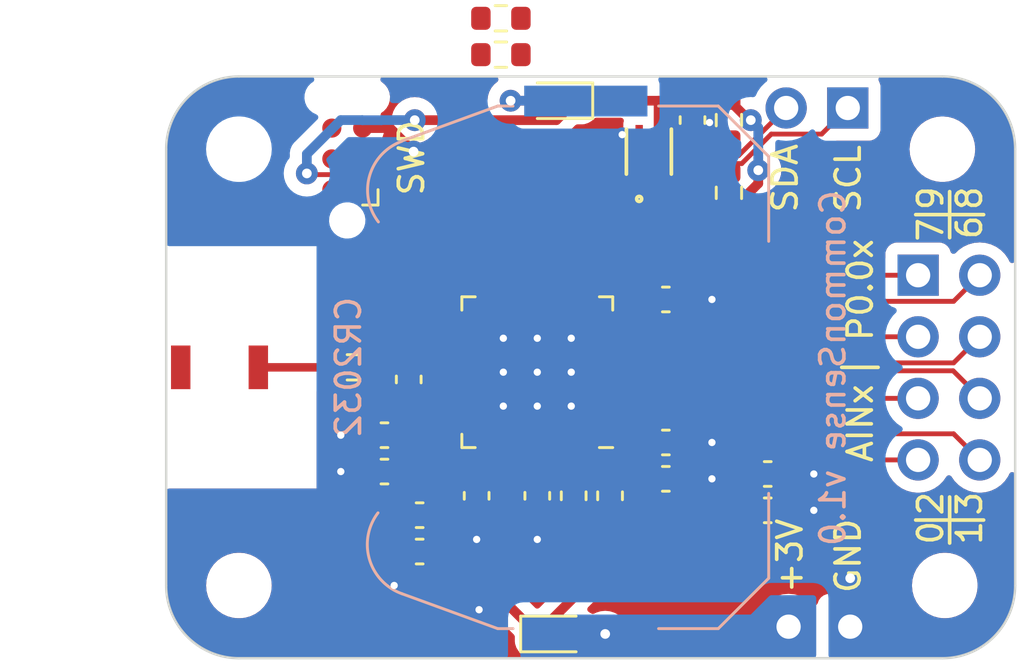
<source format=kicad_pcb>
(kicad_pcb (version 20221018) (generator pcbnew)
  (layers (0 "F.Cu" signal) (31 "B.Cu" signal) (34 "B.Paste" user) (35 "F.Paste" user) (36 "B.SilkS" user "B.Silkscreen") (37 "F.SilkS" user "F.Silkscreen") (38 "B.Mask" user) (39 "F.Mask" user) (44 "Edge.Cuts" user))
  (net 0 "")
  (net 1 "/RF")
  (net 2 "GND")
  (net 3 "/XL1")
  (net 4 "/XL2")
  (net 5 "/DEC1")
  (net 6 "/DEC4")
  (net 7 "/DEC3")
  (net 8 "/DEC2")
  (net 9 "/XC1")
  (net 10 "/XC2")
  (net 11 "/ANT")
  (net 12 "/LED_RES")
  (net 13 "/STATUS_LED")
  (net 14 "/P0.09")
  (net 15 "/P0.08")
  (net 16 "/P0.07")
  (net 17 "/P0.06")
  (net 18 "/AIN3")
  (net 19 "/AIN2")
  (net 20 "/AIN1")
  (net 21 "/AIN0")
  (net 32 "/SWDCLK")
  (net 33 "/SWDIO")
  (net 43 "/SDA")
  (net 44 "/SCL")
  (net 46 "/NRESET")
  (net 47 "/DCC")
  (net 48 "/L_MID")
  (net 49 "+BATT")
  (net 50 "+3V0")
  (footprint "Diode_SMD:D_0603_1608Metric" (layer "F.Cu") (at 152.1 57 180)
    (fp_text reference "D3" hide)
    (fp_text value "CDBU0130L-HF " hide)
    (fp_line (start -1.485 -0.735) (end -1.485 0.735) (stroke (width 0.12)) (layer "F.SilkS"))
    (fp_line (start -1.485 0.735) (end 0.8 0.735) (stroke (width 0.12)) (layer "F.SilkS"))
    (fp_line (start 0.8 -0.735) (end -1.485 -0.735) (stroke (width 0.12)) (layer "F.SilkS"))
    (pad "1" smd roundrect (at -0.7875 0 180) (size 0.875 0.95) (layers "F.Cu" "F.Paste" "F.Mask") (net 50 "+3V0"))
    (pad "2" smd roundrect (at 0.7875 0 180) (size 0.875 0.95) (layers "F.Cu" "F.Paste" "F.Mask") (net 49 "+BATT"))
  )
  (footprint "Connector_PinHeader_2.54mm:PinHeader_1x02_P2.54mm_Vertical" (layer "F.Cu") (at 164.2 78.7 -90)
    (fp_text reference "J2" hide)
    (fp_text value "Conn_01x02" hide)
    (pad "1" thru_hole rect locked (at 0 0 270) (size 1.7 1.7) (drill 1) (layers "*.Cu" "*.Mask") (net 2 "GND"))
    (pad "2" thru_hole oval locked (at 0 2.54 270) (size 1.7 1.7) (drill 1) (layers "*.Cu" "*.Mask") (net 49 "+BATT"))
  )
  (footprint "Capacitor_SMD:C_0603_1608Metric" (layer "F.Cu") (at 145 70.8 180)
    (fp_text reference "C9" hide)
    (fp_text value "N.C." hide)
    (fp_line (start -0.14058 -0.51) (end 0.14058 -0.51) (stroke (width 0.12)) (layer "F.SilkS"))
    (fp_line (start -0.14058 0.51) (end 0.14058 0.51) (stroke (width 0.12)) (layer "F.SilkS"))
    (pad "1" smd roundrect (at -0.775 0 180) (size 0.9 0.95) (layers "F.Cu" "F.Paste" "F.Mask") (net 8 "/DEC2"))
    (pad "2" smd roundrect (at 0.775 0 180) (size 0.9 0.95) (layers "F.Cu" "F.Paste" "F.Mask") (net 2 "GND"))
  )
  (footprint "Capacitor_SMD:C_0603_1608Metric" (layer "F.Cu") (at 156.6 71.1 180)
    (fp_text reference "C3" hide)
    (fp_text value "100n" hide)
    (fp_line (start -0.14058 -0.51) (end 0.14058 -0.51) (stroke (width 0.12)) (layer "F.SilkS"))
    (fp_line (start -0.14058 0.51) (end 0.14058 0.51) (stroke (width 0.12)) (layer "F.SilkS"))
    (pad "1" smd roundrect (at -0.775 0 180) (size 0.9 0.95) (layers "F.Cu" "F.Paste" "F.Mask") (net 2 "GND"))
    (pad "2" smd roundrect (at 0.775 0 180) (size 0.9 0.95) (layers "F.Cu" "F.Paste" "F.Mask") (net 5 "/DEC1"))
  )
  (footprint "Diode_SMD:D_0603_1608Metric" (layer "F.Cu") (at 152.1 79)
    (fp_text reference "D2" hide)
    (fp_text value "CDBU0130L-HF " hide)
    (fp_line (start -1.485 -0.735) (end -1.485 0.735) (stroke (width 0.12)) (layer "F.SilkS"))
    (fp_line (start -1.485 0.735) (end 0.8 0.735) (stroke (width 0.12)) (layer "F.SilkS"))
    (fp_line (start 0.8 -0.735) (end -1.485 -0.735) (stroke (width 0.12)) (layer "F.SilkS"))
    (pad "1" smd roundrect (at -0.7875 0) (size 0.875 0.95) (layers "F.Cu" "F.Paste" "F.Mask") (net 50 "+3V0"))
    (pad "2" smd roundrect (at 0.7875 0) (size 0.875 0.95) (layers "F.Cu" "F.Paste" "F.Mask") (net 49 "+BATT"))
  )
  (footprint "MountingHole:MountingHole_2.2mm_M2" (layer "F.Cu") (at 168.1 77)
    (fp_text reference "H4" hide)
    (fp_text value "MountingHole" hide)
    (pad "" np_thru_hole circle locked (at 0 0) (size 2.2 2.2) (drill 2.2) (layers "*.Cu" "*.Mask"))
  )
  (footprint "Inductor_SMD:L_0603_1608Metric" (layer "F.Cu") (at 154.3 73.3 90)
    (fp_text reference "L3" hide)
    (fp_text value "10uH" hide)
    (fp_line (start -0.162779 -0.51) (end 0.162779 -0.51) (stroke (width 0.12)) (layer "F.SilkS"))
    (fp_line (start -0.162779 0.51) (end 0.162779 0.51) (stroke (width 0.12)) (layer "F.SilkS"))
    (pad "1" smd roundrect (at -0.7875 0 90) (size 0.875 0.95) (layers "F.Cu" "F.Paste" "F.Mask") (net 48 "/L_MID"))
    (pad "2" smd roundrect (at 0.7875 0 90) (size 0.875 0.95) (layers "F.Cu" "F.Paste" "F.Mask") (net 47 "/DCC"))
  )
  (footprint "MountingHole:MountingHole_2.2mm_M2" (layer "F.Cu") (at 139 77)
    (fp_text reference "H1" hide)
    (fp_text value "MountingHole" hide)
    (pad "" np_thru_hole circle locked (at 0 0) (size 2.2 2.2) (drill 2.2) (layers "*.Cu" "*.Mask"))
  )
  (footprint "Connector_PinHeader_2.54mm:PinHeader_2x04_P2.54mm_Vertical" (layer "F.Cu") (at 167 64.2)
    (fp_text reference "J1" hide)
    (fp_text value "Conn_02x04_Counter_Clockwise" hide)
    (pad "1" thru_hole rect locked (at 0 0) (size 1.7 1.7) (drill 1) (layers "*.Cu" "*.Mask") (net 14 "/P0.09"))
    (pad "2" thru_hole oval locked (at 2.54 0) (size 1.7 1.7) (drill 1) (layers "*.Cu" "*.Mask") (net 15 "/P0.08"))
    (pad "3" thru_hole oval locked (at 0 2.54) (size 1.7 1.7) (drill 1) (layers "*.Cu" "*.Mask") (net 16 "/P0.07"))
    (pad "4" thru_hole oval locked (at 2.54 2.54) (size 1.7 1.7) (drill 1) (layers "*.Cu" "*.Mask") (net 17 "/P0.06"))
    (pad "5" thru_hole oval locked (at 0 5.08) (size 1.7 1.7) (drill 1) (layers "*.Cu" "*.Mask") (net 19 "/AIN2"))
    (pad "6" thru_hole oval locked (at 2.54 5.08) (size 1.7 1.7) (drill 1) (layers "*.Cu" "*.Mask") (net 18 "/AIN3"))
    (pad "7" thru_hole oval locked (at 0 7.62) (size 1.7 1.7) (drill 1) (layers "*.Cu" "*.Mask") (net 21 "/AIN0"))
    (pad "8" thru_hole oval locked (at 2.54 7.62) (size 1.7 1.7) (drill 1) (layers "*.Cu" "*.Mask") (net 20 "/AIN1"))
  )
  (footprint "encyclopedia_galactica:ECS-.327-12.5-12R-TR" (layer "F.Cu") (at 160.076228 75.527211 180)
    (fp_text reference "Y1" hide)
    (fp_text value " ECS-.327-12.5-12R-TR " hide)
    (pad "1" smd rect (at -0.7 0 180) (size 0.6 1.1) (layers "F.Cu" "F.Paste" "F.Mask") (net 4 "/XL2"))
    (pad "2" smd rect (at 0.7 0 180) (size 0.6 1.1) (layers "F.Cu" "F.Paste" "F.Mask") (net 3 "/XL1"))
  )
  (footprint "encyclopedia_galactica:2108838-1" (layer "F.Cu") (at 135.7 68)
    (fp_text reference "2108838-1" hide)
    (fp_text value "~" hide)
    (pad "1" smd rect (at 4.1 0) (size 0.8 1.8) (layers "F.Cu" "F.Paste" "F.Mask") (net 1 "/RF"))
    (pad "2" smd rect (at 0.9 0) (size 0.8 1.8) (layers "F.Cu" "F.Paste" "F.Mask"))
    (zone (net 0) (net_name "") (layers "*.Cu") (connect_pads (clearance 0)) (min_thickness 0.25)
      (keepout (tracks allowed) (vias not_allowed) (pads allowed) (copperpour not_allowed) (footprints not_allowed))
      (fill (thermal_gap 0.5) (thermal_bridge_width 0.5))
      (polygon (pts (xy 129.2 63) (xy 129.2 73) (xy 142.2 73) (xy 142.2 63)))
    )
  )
  (footprint "MountingHole:MountingHole_2.2mm_M2" (layer "F.Cu") (at 139 59)
    (fp_text reference "H2" hide)
    (fp_text value "MountingHole" hide)
    (pad "" np_thru_hole circle locked (at 0 0) (size 2.2 2.2) (drill 2.2) (layers "*.Cu" "*.Mask"))
  )
  (footprint "Connector_PinHeader_2.54mm:PinHeader_1x02_P2.54mm_Vertical" (layer "F.Cu") (at 164.1 57.3 -90)
    (fp_text reference "J3" hide)
    (fp_text value "Conn_01x02" hide)
    (pad "1" thru_hole rect locked (at 0 0 270) (size 1.7 1.7) (drill 1) (layers "*.Cu" "*.Mask") (net 44 "/SCL"))
    (pad "2" thru_hole oval locked (at 0 2.54 270) (size 1.7 1.7) (drill 1) (layers "*.Cu" "*.Mask") (net 43 "/SDA"))
  )
  (footprint "Resistor_SMD:R_0603_1608Metric" (layer "F.Cu") (at 149.8 53.6)
    (fp_text reference "D1" hide)
    (fp_text value "LED" hide)
    (fp_line (start -0.237258 -0.5225) (end 0.237258 -0.5225) (stroke (width 0.12)) (layer "F.SilkS"))
    (fp_line (start -0.237258 0.5225) (end 0.237258 0.5225) (stroke (width 0.12)) (layer "F.SilkS"))
    (pad "1" smd roundrect (at -0.825 0) (size 0.8 0.95) (layers "F.Cu" "F.Paste" "F.Mask") (net 2 "GND"))
    (pad "2" smd roundrect (at 0.825 0) (size 0.8 0.95) (layers "F.Cu" "F.Paste" "F.Mask") (net 12 "/LED_RES"))
  )
  (footprint "Package_DFN_QFN:QFN-48-1EP_6x6mm_P0.4mm_EP4.6x4.6mm" (layer "F.Cu") (at 151.3 68.2 180)
    (fp_text reference "U1" hide)
    (fp_text value "NRF52810-QFAA-R7" hide)
    (fp_line (start -3.11 3.11) (end -3.11 2.56) (stroke (width 0.12)) (layer "F.SilkS"))
    (fp_line (start -2.56 -3.11) (end -3.11 -3.11) (stroke (width 0.12)) (layer "F.SilkS"))
    (fp_line (start -2.56 3.11) (end -3.11 3.11) (stroke (width 0.12)) (layer "F.SilkS"))
    (fp_line (start 2.56 -3.11) (end 3.11 -3.11) (stroke (width 0.12)) (layer "F.SilkS"))
    (fp_line (start 2.56 3.11) (end 3.11 3.11) (stroke (width 0.12)) (layer "F.SilkS"))
    (fp_line (start 3.11 -3.11) (end 3.11 -2.56) (stroke (width 0.12)) (layer "F.SilkS"))
    (fp_line (start 3.11 3.11) (end 3.11 2.56) (stroke (width 0.12)) (layer "F.SilkS"))
    (pad "1" smd roundrect (at -2.95 -2.2 180) (size 0.8 0.2) (layers "F.Cu" "F.Paste" "F.Mask") (net 5 "/DEC1"))
    (pad "2" smd roundrect (at -2.95 -1.8 180) (size 0.8 0.2) (layers "F.Cu" "F.Paste" "F.Mask") (net 3 "/XL1"))
    (pad "3" smd roundrect (at -2.95 -1.4 180) (size 0.8 0.2) (layers "F.Cu" "F.Paste" "F.Mask") (net 4 "/XL2"))
    (pad "4" smd roundrect (at -2.95 -1 180) (size 0.8 0.2) (layers "F.Cu" "F.Paste" "F.Mask") (net 21 "/AIN0"))
    (pad "5" smd roundrect (at -2.95 -0.6 180) (size 0.8 0.2) (layers "F.Cu" "F.Paste" "F.Mask") (net 20 "/AIN1"))
    (pad "6" smd roundrect (at -2.95 -0.2 180) (size 0.8 0.2) (layers "F.Cu" "F.Paste" "F.Mask") (net 19 "/AIN2"))
    (pad "7" smd roundrect (at -2.95 0.2 180) (size 0.8 0.2) (layers "F.Cu" "F.Paste" "F.Mask") (net 18 "/AIN3"))
    (pad "8" smd roundrect (at -2.95 0.6 180) (size 0.8 0.2) (layers "F.Cu" "F.Paste" "F.Mask") (net 17 "/P0.06"))
    (pad "9" smd roundrect (at -2.95 1 180) (size 0.8 0.2) (layers "F.Cu" "F.Paste" "F.Mask") (net 16 "/P0.07"))
    (pad "10" smd roundrect (at -2.95 1.4 180) (size 0.8 0.2) (layers "F.Cu" "F.Paste" "F.Mask") (net 15 "/P0.08"))
    (pad "11" smd roundrect (at -2.95 1.8 180) (size 0.8 0.2) (layers "F.Cu" "F.Paste" "F.Mask") (net 14 "/P0.09"))
    (pad "12" smd roundrect (at -2.95 2.2 180) (size 0.8 0.2) (layers "F.Cu" "F.Paste" "F.Mask"))
    (pad "13" smd roundrect (at -2.2 2.95 180) (size 0.2 0.8) (layers "F.Cu" "F.Paste" "F.Mask") (net 50 "+3V0"))
    (pad "14" smd roundrect (at -1.8 2.95 180) (size 0.2 0.8) (layers "F.Cu" "F.Paste" "F.Mask"))
    (pad "15" smd roundrect (at -1.4 2.95 180) (size 0.2 0.8) (layers "F.Cu" "F.Paste" "F.Mask"))
    (pad "16" smd roundrect (at -1 2.95 180) (size 0.2 0.8) (layers "F.Cu" "F.Paste" "F.Mask") (net 44 "/SCL"))
    (pad "17" smd roundrect (at -0.6 2.95 180) (size 0.2 0.8) (layers "F.Cu" "F.Paste" "F.Mask") (net 43 "/SDA"))
    (pad "18" smd roundrect (at -0.2 2.95 180) (size 0.2 0.8) (layers "F.Cu" "F.Paste" "F.Mask"))
    (pad "19" smd roundrect (at 0.2 2.95 180) (size 0.2 0.8) (layers "F.Cu" "F.Paste" "F.Mask"))
    (pad "20" smd roundrect (at 0.6 2.95 180) (size 0.2 0.8) (layers "F.Cu" "F.Paste" "F.Mask"))
    (pad "21" smd roundrect (at 1 2.95 180) (size 0.2 0.8) (layers "F.Cu" "F.Paste" "F.Mask"))
    (pad "22" smd roundrect (at 1.4 2.95 180) (size 0.2 0.8) (layers "F.Cu" "F.Paste" "F.Mask"))
    (pad "23" smd roundrect (at 1.8 2.95 180) (size 0.2 0.8) (layers "F.Cu" "F.Paste" "F.Mask") (net 13 "/STATUS_LED"))
    (pad "24" smd roundrect (at 2.2 2.95 180) (size 0.2 0.8) (layers "F.Cu" "F.Paste" "F.Mask") (net 46 "/NRESET"))
    (pad "25" smd roundrect (at 2.95 2.2 180) (size 0.8 0.2) (layers "F.Cu" "F.Paste" "F.Mask") (net 32 "/SWDCLK"))
    (pad "26" smd roundrect (at 2.95 1.8 180) (size 0.8 0.2) (layers "F.Cu" "F.Paste" "F.Mask") (net 33 "/SWDIO"))
    (pad "27" smd roundrect (at 2.95 1.4 180) (size 0.8 0.2) (layers "F.Cu" "F.Paste" "F.Mask"))
    (pad "28" smd roundrect (at 2.95 1 180) (size 0.8 0.2) (layers "F.Cu" "F.Paste" "F.Mask"))
    (pad "29" smd roundrect (at 2.95 0.6 180) (size 0.8 0.2) (layers "F.Cu" "F.Paste" "F.Mask"))
    (pad "30" smd roundrect (at 2.95 0.2 180) (size 0.8 0.2) (layers "F.Cu" "F.Paste" "F.Mask") (net 11 "/ANT"))
    (pad "31" smd roundrect (at 2.95 -0.2 180) (size 0.8 0.2) (layers "F.Cu" "F.Paste" "F.Mask") (net 2 "GND"))
    (pad "32" smd roundrect (at 2.95 -0.6 180) (size 0.8 0.2) (layers "F.Cu" "F.Paste" "F.Mask") (net 8 "/DEC2"))
    (pad "33" smd roundrect (at 2.95 -1 180) (size 0.8 0.2) (layers "F.Cu" "F.Paste" "F.Mask") (net 7 "/DEC3"))
    (pad "34" smd roundrect (at 2.95 -1.4 180) (size 0.8 0.2) (layers "F.Cu" "F.Paste" "F.Mask") (net 10 "/XC2"))
    (pad "35" smd roundrect (at 2.95 -1.8 180) (size 0.8 0.2) (layers "F.Cu" "F.Paste" "F.Mask") (net 9 "/XC1"))
    (pad "36" smd roundrect (at 2.95 -2.2 180) (size 0.8 0.2) (layers "F.Cu" "F.Paste" "F.Mask") (net 50 "+3V0"))
    (pad "37" smd roundrect (at 2.2 -2.95 180) (size 0.2 0.8) (layers "F.Cu" "F.Paste" "F.Mask"))
    (pad "38" smd roundrect (at 1.8 -2.95 180) (size 0.2 0.8) (layers "F.Cu" "F.Paste" "F.Mask"))
    (pad "39" smd roundrect (at 1.4 -2.95 180) (size 0.2 0.8) (layers "F.Cu" "F.Paste" "F.Mask"))
    (pad "40" smd roundrect (at 1 -2.95 180) (size 0.2 0.8) (layers "F.Cu" "F.Paste" "F.Mask"))
    (pad "41" smd roundrect (at 0.6 -2.95 180) (size 0.2 0.8) (layers "F.Cu" "F.Paste" "F.Mask"))
    (pad "42" smd roundrect (at 0.2 -2.95 180) (size 0.2 0.8) (layers "F.Cu" "F.Paste" "F.Mask"))
    (pad "43" smd roundrect (at -0.2 -2.95 180) (size 0.2 0.8) (layers "F.Cu" "F.Paste" "F.Mask"))
    (pad "44" smd roundrect (at -0.6 -2.95 180) (size 0.2 0.8) (layers "F.Cu" "F.Paste" "F.Mask"))
    (pad "45" smd roundrect (at -1 -2.95 180) (size 0.2 0.8) (layers "F.Cu" "F.Paste" "F.Mask") (net 2 "GND"))
    (pad "46" smd roundrect (at -1.4 -2.95 180) (size 0.2 0.8) (layers "F.Cu" "F.Paste" "F.Mask") (net 6 "/DEC4"))
    (pad "47" smd roundrect (at -1.8 -2.95 180) (size 0.2 0.8) (layers "F.Cu" "F.Paste" "F.Mask") (net 47 "/DCC"))
    (pad "48" smd roundrect (at -2.2 -2.95 180) (size 0.2 0.8) (layers "F.Cu" "F.Paste" "F.Mask") (net 50 "+3V0"))
    (pad "49" smd rect (at 0 0 180) (size 4.6 4.6) (layers "F.Cu" "F.Mask") (net 2 "GND"))
  )
  (footprint "Capacitor_SMD:C_0603_1608Metric" (layer "F.Cu") (at 145 72.3 180)
    (fp_text reference "C8" hide)
    (fp_text value "100pF" hide)
    (fp_line (start -0.14058 -0.51) (end 0.14058 -0.51) (stroke (width 0.12)) (layer "F.SilkS"))
    (fp_line (start -0.14058 0.51) (end 0.14058 0.51) (stroke (width 0.12)) (layer "F.SilkS"))
    (pad "1" smd roundrect (at -0.775 0 180) (size 0.9 0.95) (layers "F.Cu" "F.Paste" "F.Mask") (net 7 "/DEC3"))
    (pad "2" smd roundrect (at 0.775 0 180) (size 0.9 0.95) (layers "F.Cu" "F.Paste" "F.Mask") (net 2 "GND"))
  )
  (footprint "Capacitor_SMD:C_0603_1608Metric" (layer "F.Cu") (at 156.6 72.6 180)
    (fp_text reference "C5" hide)
    (fp_text value "4u7" hide)
    (fp_line (start -0.14058 -0.51) (end 0.14058 -0.51) (stroke (width 0.12)) (layer "F.SilkS"))
    (fp_line (start -0.14058 0.51) (end 0.14058 0.51) (stroke (width 0.12)) (layer "F.SilkS"))
    (pad "1" smd roundrect (at -0.775 0 180) (size 0.9 0.95) (layers "F.Cu" "F.Paste" "F.Mask") (net 2 "GND"))
    (pad "2" smd roundrect (at 0.775 0 180) (size 0.9 0.95) (layers "F.Cu" "F.Paste" "F.Mask") (net 50 "+3V0"))
  )
  (footprint "Capacitor_SMD:C_0603_1608Metric" (layer "F.Cu") (at 146.45 74.1 180)
    (fp_text reference "C11" hide)
    (fp_text value "12pF" hide)
    (fp_line (start -0.14058 -0.51) (end 0.14058 -0.51) (stroke (width 0.12)) (layer "F.SilkS"))
    (fp_line (start -0.14058 0.51) (end 0.14058 0.51) (stroke (width 0.12)) (layer "F.SilkS"))
    (pad "1" smd roundrect (at -0.775 0 180) (size 0.9 0.95) (layers "F.Cu" "F.Paste" "F.Mask") (net 10 "/XC2"))
    (pad "2" smd roundrect (at 0.775 0 180) (size 0.9 0.95) (layers "F.Cu" "F.Paste" "F.Mask") (net 2 "GND"))
  )
  (footprint "Resistor_SMD:R_0603_1608Metric" (layer "F.Cu") (at 159.2 57.8 -90)
    (fp_text reference "R4" hide)
    (fp_text value "10k" hide)
    (fp_line (start -0.237258 -0.5225) (end 0.237258 -0.5225) (stroke (width 0.12)) (layer "F.SilkS"))
    (fp_line (start -0.237258 0.5225) (end 0.237258 0.5225) (stroke (width 0.12)) (layer "F.SilkS"))
    (pad "1" smd roundrect (at -0.825 0 270) (size 0.8 0.95) (layers "F.Cu" "F.Paste" "F.Mask") (net 50 "+3V0"))
    (pad "2" smd roundrect (at 0.825 0 270) (size 0.8 0.95) (layers "F.Cu" "F.Paste" "F.Mask") (net 43 "/SDA"))
  )
  (footprint "Connector:Tag-Connect_TC2030-IDC-NL_2x03_P1.27mm_Vertical" (layer "F.Cu") (at 143.465 59.4 90)
    (fp_text reference "J5" hide)
    (fp_text value "Conn_ARM_SWD_TagConnect_TC2030-NL" hide)
    (fp_line (start -1.905 1.27) (end -1.905 0.635) (stroke (width 0.12)) (layer "F.SilkS"))
    (fp_line (start -1.27 1.27) (end -1.905 1.27) (stroke (width 0.12)) (layer "F.SilkS"))
    (pad "" np_thru_hole circle (at -2.54 0 90) (size 0.9906 0.9906) (drill 0.9906) (layers "*.Cu" "*.Mask"))
    (pad "" np_thru_hole circle (at 2.54 -1.016 90) (size 0.9906 0.9906) (drill 0.9906) (layers "*.Cu" "*.Mask"))
    (pad "" np_thru_hole circle (at 2.54 1.016 90) (size 0.9906 0.9906) (drill 0.9906) (layers "*.Cu" "*.Mask"))
    (pad "1" connect circle (at -1.27 0.635 90) (size 0.7874 0.7874) (layers "F.Cu" "F.Mask") (net 50 "+3V0"))
    (pad "2" connect circle (at -1.27 -0.635 90) (size 0.7874 0.7874) (layers "F.Cu" "F.Mask") (net 33 "/SWDIO"))
    (pad "3" connect circle (at 0 0.635 90) (size 0.7874 0.7874) (layers "F.Cu" "F.Mask") (net 46 "/NRESET"))
    (pad "4" connect circle (at 0 -0.635 90) (size 0.7874 0.7874) (layers "F.Cu" "F.Mask") (net 32 "/SWDCLK"))
    (pad "5" connect circle (at 1.27 0.635 90) (size 0.7874 0.7874) (layers "F.Cu" "F.Mask") (net 2 "GND"))
    (pad "6" connect circle (at 1.27 -0.635 90) (size 0.7874 0.7874) (layers "F.Cu" "F.Mask"))
    (zone (net 0) (net_name "") (layer "F.Cu") (connect_pads (clearance 0)) (min_thickness 0.254)
      (keepout (tracks allowed) (vias not_allowed) (pads allowed) (copperpour not_allowed) (footprints not_allowed))
      (fill (thermal_gap 0.508) (thermal_bridge_width 0.508))
      (polygon (pts (xy 142.83 58.13) (xy 142.83 60.67) (xy 144.1 60.67) (xy 144.1 58.13)))
    )
  )
  (footprint "Resistor_SMD:R_0603_1608Metric" (layer "F.Cu") (at 149.8 55.1)
    (fp_text reference "R1" hide)
    (fp_text value "R" hide)
    (fp_line (start -0.237258 -0.5225) (end 0.237258 -0.5225) (stroke (width 0.12)) (layer "F.SilkS"))
    (fp_line (start -0.237258 0.5225) (end 0.237258 0.5225) (stroke (width 0.12)) (layer "F.SilkS"))
    (pad "1" smd roundrect (at -0.825 0) (size 0.8 0.95) (layers "F.Cu" "F.Paste" "F.Mask") (net 13 "/STATUS_LED"))
    (pad "2" smd roundrect (at 0.825 0) (size 0.8 0.95) (layers "F.Cu" "F.Paste" "F.Mask") (net 12 "/LED_RES"))
  )
  (footprint "MountingHole:MountingHole_2.2mm_M2" (layer "F.Cu") (at 168 59)
    (fp_text reference "H3" hide)
    (fp_text value "MountingHole" hide)
    (pad "" np_thru_hole circle locked (at 0 0) (size 2.2 2.2) (drill 2.2) (layers "*.Cu" "*.Mask"))
  )
  (footprint "Resistor_SMD:R_0603_1608Metric" (layer "F.Cu") (at 143.7 68 180)
    (fp_text reference "L1" hide)
    (fp_text value "3.9nH" hide)
    (fp_line (start -0.237258 -0.5225) (end 0.237258 -0.5225) (stroke (width 0.12)) (layer "F.SilkS"))
    (fp_line (start -0.237258 0.5225) (end 0.237258 0.5225) (stroke (width 0.12)) (layer "F.SilkS"))
    (pad "1" smd roundrect (at -0.825 0 180) (size 0.8 0.95) (layers "F.Cu" "F.Paste" "F.Mask") (net 11 "/ANT"))
    (pad "2" smd roundrect (at 0.825 0 180) (size 0.8 0.95) (layers "F.Cu" "F.Paste" "F.Mask") (net 1 "/RF"))
  )
  (footprint "Resistor_SMD:R_0603_1608Metric" (layer "F.Cu") (at 159.2 60.8 -90)
    (fp_text reference "R3" hide)
    (fp_text value "10k" hide)
    (fp_line (start -0.237258 -0.5225) (end 0.237258 -0.5225) (stroke (width 0.12)) (layer "F.SilkS"))
    (fp_line (start -0.237258 0.5225) (end 0.237258 0.5225) (stroke (width 0.12)) (layer "F.SilkS"))
    (pad "1" smd roundrect (at -0.825 0 270) (size 0.8 0.95) (layers "F.Cu" "F.Paste" "F.Mask") (net 44 "/SCL"))
    (pad "2" smd roundrect (at 0.825 0 270) (size 0.8 0.95) (layers "F.Cu" "F.Paste" "F.Mask") (net 50 "+3V0"))
  )
  (footprint "Capacitor_SMD:C_0603_1608Metric" (layer "F.Cu") (at 148.8 73.3 90)
    (fp_text reference "C7" hide)
    (fp_text value "100n" hide)
    (fp_line (start -0.14058 -0.51) (end 0.14058 -0.51) (stroke (width 0.12)) (layer "F.SilkS"))
    (fp_line (start -0.14058 0.51) (end 0.14058 0.51) (stroke (width 0.12)) (layer "F.SilkS"))
    (pad "1" smd roundrect (at -0.775 0 90) (size 0.9 0.95) (layers "F.Cu" "F.Paste" "F.Mask") (net 2 "GND"))
    (pad "2" smd roundrect (at 0.775 0 90) (size 0.9 0.95) (layers "F.Cu" "F.Paste" "F.Mask") (net 50 "+3V0"))
  )
  (footprint "Capacitor_SMD:C_0603_1608Metric" (layer "F.Cu") (at 157.7 57.8 -90)
    (fp_text reference "C13" hide)
    (fp_text value "100n" hide)
    (fp_line (start -0.14058 -0.51) (end 0.14058 -0.51) (stroke (width 0.12)) (layer "F.SilkS"))
    (fp_line (start -0.14058 0.51) (end 0.14058 0.51) (stroke (width 0.12)) (layer "F.SilkS"))
    (pad "1" smd roundrect (at -0.775 0 270) (size 0.9 0.95) (layers "F.Cu" "F.Paste" "F.Mask") (net 50 "+3V0"))
    (pad "2" smd roundrect (at 0.775 0 270) (size 0.9 0.95) (layers "F.Cu" "F.Paste" "F.Mask") (net 2 "GND"))
  )
  (footprint "Capacitor_SMD:C_0603_1608Metric" (layer "F.Cu") (at 160.8 73.9)
    (fp_text reference "C2" hide)
    (fp_text value "12pF" hide)
    (fp_line (start -0.14058 -0.51) (end 0.14058 -0.51) (stroke (width 0.12)) (layer "F.SilkS"))
    (fp_line (start -0.14058 0.51) (end 0.14058 0.51) (stroke (width 0.12)) (layer "F.SilkS"))
    (pad "1" smd roundrect (at -0.775 0) (size 0.9 0.95) (layers "F.Cu" "F.Paste" "F.Mask") (net 4 "/XL2"))
    (pad "2" smd roundrect (at 0.775 0) (size 0.9 0.95) (layers "F.Cu" "F.Paste" "F.Mask") (net 2 "GND"))
  )
  (footprint "Capacitor_SMD:C_0603_1608Metric" (layer "F.Cu") (at 156.6 65.2 180)
    (fp_text reference "C4" hide)
    (fp_text value "100n" hide)
    (fp_line (start -0.14058 -0.51) (end 0.14058 -0.51) (stroke (width 0.12)) (layer "F.SilkS"))
    (fp_line (start -0.14058 0.51) (end 0.14058 0.51) (stroke (width 0.12)) (layer "F.SilkS"))
    (pad "1" smd roundrect (at -0.775 0 180) (size 0.9 0.95) (layers "F.Cu" "F.Paste" "F.Mask") (net 2 "GND"))
    (pad "2" smd roundrect (at 0.775 0 180) (size 0.9 0.95) (layers "F.Cu" "F.Paste" "F.Mask") (net 50 "+3V0"))
  )
  (footprint "encyclopedia_galactica:DFN4_SHT41_SEN" (layer "F.Cu") (at 155.9 59.1 90)
    (fp_text reference "U2" hide)
    (fp_text value "SHT41-AD1B-R2" hide)
    (fp_line (start -0.9271 0.9271) (end 0.9271 0.9271) (stroke (width 0.1524)) (layer "F.SilkS"))
    (fp_line (start 0.9271 -0.9271) (end -0.9271 -0.9271) (stroke (width 0.1524)) (layer "F.SilkS"))
    (fp_circle (center -1.950999 -0.40005) (end -1.849399 -0.40005) (stroke (width 0.1524)) (fill none) (layer "F.SilkS"))
    (pad "1" smd rect (at -0.7469 -0.40005 90) (size 0.706399 0.3056) (layers "F.Cu" "F.Paste" "F.Mask") (net 43 "/SDA"))
    (pad "2" smd rect (at -0.7469 0.40005 90) (size 0.706399 0.3056) (layers "F.Cu" "F.Paste" "F.Mask") (net 44 "/SCL"))
    (pad "3" smd rect (at 0.7469 0.40005 90) (size 0.706399 0.3056) (layers "F.Cu" "F.Paste" "F.Mask") (net 50 "+3V0"))
    (pad "4" smd rect (at 0.7469 -0.40005 90) (size 0.706399 0.3056) (layers "F.Cu" "F.Paste" "F.Mask") (net 2 "GND"))
  )
  (footprint "Capacitor_SMD:C_0603_1608Metric" (layer "F.Cu") (at 160.8 72.4)
    (fp_text reference "C1" hide)
    (fp_text value "12pF" hide)
    (fp_line (start -0.14058 -0.51) (end 0.14058 -0.51) (stroke (width 0.12)) (layer "F.SilkS"))
    (fp_line (start -0.14058 0.51) (end 0.14058 0.51) (stroke (width 0.12)) (layer "F.SilkS"))
    (pad "1" smd roundrect (at -0.775 0) (size 0.9 0.95) (layers "F.Cu" "F.Paste" "F.Mask") (net 3 "/XL1"))
    (pad "2" smd roundrect (at 0.775 0) (size 0.9 0.95) (layers "F.Cu" "F.Paste" "F.Mask") (net 2 "GND"))
  )
  (footprint "Inductor_SMD:L_0603_1608Metric" (layer "F.Cu") (at 152.8 73.3 -90)
    (fp_text reference "L2" hide)
    (fp_text value "15nH" hide)
    (fp_line (start -0.162779 -0.51) (end 0.162779 -0.51) (stroke (width 0.12)) (layer "F.SilkS"))
    (fp_line (start -0.162779 0.51) (end 0.162779 0.51) (stroke (width 0.12)) (layer "F.SilkS"))
    (pad "1" smd roundrect (at -0.7875 0 270) (size 0.875 0.95) (layers "F.Cu" "F.Paste" "F.Mask") (net 6 "/DEC4"))
    (pad "2" smd roundrect (at 0.7875 0 270) (size 0.875 0.95) (layers "F.Cu" "F.Paste" "F.Mask") (net 48 "/L_MID"))
  )
  (footprint "encyclopedia_galactica:ABM11W-30.0000MHZ-7-D1X-T3" (layer "F.Cu") (at 147.1625 77.5)
    (fp_text reference "Y2" hide)
    (fp_text value "ABM11W-32.0000MHZ-7-D1X-T3 " hide)
    (pad "1" smd rect (at -0.637 -0.487 90) (size 0.775 0.875) (layers "F.Cu" "F.Paste" "F.Mask") (net 2 "GND"))
    (pad "2" smd rect (at 0.637 -0.487 90) (size 0.775 0.875) (layers "F.Cu" "F.Paste" "F.Mask") (net 9 "/XC1"))
    (pad "3" smd rect (at -0.637 0.487 90) (size 0.775 0.875) (layers "F.Cu" "F.Paste" "F.Mask") (net 10 "/XC2"))
    (pad "4" smd rect (at 0.637 0.487 90) (size 0.775 0.875) (layers "F.Cu" "F.Paste" "F.Mask") (net 2 "GND"))
  )
  (footprint "Capacitor_SMD:C_0603_1608Metric" (layer "F.Cu") (at 146 68.5 90)
    (fp_text reference "C12" hide)
    (fp_text value "0.8pF" hide)
    (fp_line (start -0.14058 -0.51) (end 0.14058 -0.51) (stroke (width 0.12)) (layer "F.SilkS"))
    (fp_line (start -0.14058 0.51) (end 0.14058 0.51) (stroke (width 0.12)) (layer "F.SilkS"))
    (pad "1" smd roundrect (at -0.775 0 90) (size 0.9 0.95) (layers "F.Cu" "F.Paste" "F.Mask") (net 2 "GND"))
    (pad "2" smd roundrect (at 0.775 0 90) (size 0.9 0.95) (layers "F.Cu" "F.Paste" "F.Mask") (net 11 "/ANT"))
  )
  (footprint "Capacitor_SMD:C_0603_1608Metric" (layer "F.Cu") (at 151.3 73.3 -90)
    (fp_text reference "C6" hide)
    (fp_text value "1u" hide)
    (fp_line (start -0.14058 -0.51) (end 0.14058 -0.51) (stroke (width 0.12)) (layer "F.SilkS"))
    (fp_line (start -0.14058 0.51) (end 0.14058 0.51) (stroke (width 0.12)) (layer "F.SilkS"))
    (pad "1" smd roundrect (at -0.775 0 270) (size 0.9 0.95) (layers "F.Cu" "F.Paste" "F.Mask") (net 6 "/DEC4"))
    (pad "2" smd roundrect (at 0.775 0 270) (size 0.9 0.95) (layers "F.Cu" "F.Paste" "F.Mask") (net 2 "GND"))
  )
  (footprint "Capacitor_SMD:C_0603_1608Metric" (layer "F.Cu") (at 146.45 75.6 180)
    (fp_text reference "C10" hide)
    (fp_text value "12pF" hide)
    (fp_line (start -0.14058 -0.51) (end 0.14058 -0.51) (stroke (width 0.12)) (layer "F.SilkS"))
    (fp_line (start -0.14058 0.51) (end 0.14058 0.51) (stroke (width 0.12)) (layer "F.SilkS"))
    (pad "1" smd roundrect (at -0.775 0 180) (size 0.9 0.95) (layers "F.Cu" "F.Paste" "F.Mask") (net 9 "/XC1"))
    (pad "2" smd roundrect (at 0.775 0 180) (size 0.9 0.95) (layers "F.Cu" "F.Paste" "F.Mask") (net 2 "GND"))
  )
  (footprint "Battery:BatteryHolder_Keystone_3034_1x20mm" (layer "B.Cu") (at 153.3 68 90)
    (fp_text reference "BT1" hide)
    (fp_text value "Battery_Cell" hide)
    (fp_line (start -10.78 -3.63) (end -9.34 -7.58) (stroke (width 0.12)) (layer "B.SilkS"))
    (fp_line (start -10.78 -3) (end -10.78 -3.63) (stroke (width 0.12)) (layer "B.SilkS"))
    (fp_line (start -10.78 5.46) (end -10.78 3) (stroke (width 0.12)) (layer "B.SilkS"))
    (fp_line (start -8.7 7.54) (end -10.78 5.46) (stroke (width 0.12)) (layer "B.SilkS"))
    (fp_line (start -5.2 7.54) (end -8.7 7.54) (stroke (width 0.12)) (layer "B.SilkS"))
    (fp_line (start 8.7 7.54) (end 5.2 7.54) (stroke (width 0.12)) (layer "B.SilkS"))
    (fp_line (start 8.7 7.54) (end 10.78 5.46) (stroke (width 0.12)) (layer "B.SilkS"))
    (fp_line (start 10.78 -3.63) (end 9.34 -7.58) (stroke (width 0.12)) (layer "B.SilkS"))
    (fp_line (start 10.78 -3) (end 10.78 -3.63) (stroke (width 0.12)) (layer "B.SilkS"))
    (fp_line (start 10.78 5.46) (end 10.78 3) (stroke (width 0.12)) (layer "B.SilkS"))
    (fp_arc (start -9.34 -7.58) (mid -7.921654 -8.918738) (end -6.003354 -8.56653) (stroke (width 0.12)) (layer "B.SilkS"))
    (fp_arc (start 6 -8.55) (mid 7.90634 -8.911669) (end 9.325243 -7.588169) (stroke (width 0.12)) (layer "B.SilkS"))
    (pad "1" smd rect (at -10.985 0 90) (size 1.27 5.08) (layers "B.Cu" "B.Paste" "B.Mask") (net 49 "+BATT"))
    (pad "1" smd rect (at 10.985 0 90) (size 1.27 5.08) (layers "B.Cu" "B.Paste" "B.Mask") (net 49 "+BATT"))
    (pad "2" smd circle (at 0 0 90) (size 17.8 17.8) (layers "B.Cu" "B.Mask") (net 2 "GND"))
  )
  (gr_line (start 168.3 75.25) (end 168.3 73.35) (stroke (width 0.15)) (layer "F.SilkS"))
  (gr_line (start 165.35 68) (end 163.85 68) (stroke (width 0.15)) (layer "F.SilkS"))
  (gr_line (start 168.3 62.65) (end 168.3 60.75) (stroke (width 0.15)) (layer "F.SilkS"))
  (gr_line (start 166.9 74.3) (end 169.7 74.3) (stroke (width 0.15)) (layer "F.SilkS"))
  (gr_line (start 166.9 61.7) (end 169.7 61.7) (stroke (width 0.15)) (layer "F.SilkS"))
  (gr_line locked (start 168.000001 80.000001) (end 139 80) (stroke (width 0.1)) (layer "Edge.Cuts"))
  (gr_line locked (start 171 59) (end 171 77) (stroke (width 0.1)) (layer "Edge.Cuts"))
  (gr_arc locked (start 138.999999 80.000001) (mid 136.878679 79.121321) (end 135.999999 77.000001) (stroke (width 0.1)) (layer "Edge.Cuts"))
  (gr_arc locked (start 168 56) (mid 170.12132 56.87868) (end 171 59) (stroke (width 0.1)) (layer "Edge.Cuts"))
  (gr_arc locked (start 135.999999 58.999999) (mid 136.878679 56.878679) (end 138.999999 55.999999) (stroke (width 0.1)) (layer "Edge.Cuts"))
  (gr_line locked (start 139 56) (end 168 56) (stroke (width 0.1)) (layer "Edge.Cuts"))
  (gr_arc locked (start 171.000001 77.000001) (mid 170.121321 79.121321) (end 168.000001 80.000001) (stroke (width 0.1)) (layer "Edge.Cuts"))
  (gr_line locked (start 136 77) (end 136 59) (stroke (width 0.1)) (layer "Edge.Cuts"))
  (gr_text "CommonSense v1.0" (at 162.9 60.6 90) (layer "B.SilkS") (effects (font (size 1 1)) (justify left top mirror)))
  (gr_text "CR2032" (at 144.1 65 90) (layer "B.SilkS") (effects (font (size 1 1)) (justify left bottom mirror)))
  (gr_text "7" (at 168.1 62.9 90) (layer "F.SilkS") (effects (font (size 1 1)) (justify left bottom)))
  (gr_text "SCL" (at 164.7 61.7 90) (layer "F.SilkS") (effects (font (size 1 1)) (justify left bottom)))
  (gr_text "SDA" (at 162.1 61.7 90) (layer "F.SilkS") (effects (font (size 1 1)) (justify left bottom)))
  (gr_text "P0.0x" (at 165.2 67 90) (layer "F.SilkS") (effects (font (size 1 1)) (justify left bottom)))
  (gr_text "+3V" (at 162.3 77.4 90) (layer "F.SilkS") (effects (font (size 1 1)) (justify left bottom)))
  (gr_text "6" (at 169.7 62.8 90) (layer "F.SilkS") (effects (font (size 1 1)) (justify left bottom)))
  (gr_text "SWD" (at 146.7 61 90) (layer "F.SilkS") (effects (font (size 1 1)) (justify left bottom)))
  (gr_text "GND" (at 164.7 77.4 90) (layer "F.SilkS") (effects (font (size 1 1)) (justify left bottom)))
  (gr_text "0" (at 168.1 75.4 90) (layer "F.SilkS") (effects (font (size 1 1)) (justify left bottom)))
  (gr_text "AINx" (at 165.2 72 90) (layer "F.SilkS") (effects (font (size 1 1)) (justify left bottom)))
  (gr_text "3" (at 169.7 74.2 90) (layer "F.SilkS") (effects (font (size 1 1)) (justify left bottom)))
  (gr_text "9" (at 168.1 61.6 90) (layer "F.SilkS") (effects (font (size 1 1)) (justify left bottom)))
  (gr_text "2" (at 168.1 74.2 90) (layer "F.SilkS") (effects (font (size 1 1)) (justify left bottom)))
  (gr_text "8" (at 169.7 61.6 90) (layer "F.SilkS") (effects (font (size 1 1)) (justify left bottom)))
  (gr_text "1" (at 169.7 75.4 90) (layer "F.SilkS") (effects (font (size 1 1)) (justify left bottom)))
  (segment (start 142.875 68) (end 139.8 68) (width 0.35) (layer "F.Cu") (net 1))
  (segment (start 145.23 58.13) (end 144.1 58.13) (width 0.4) (layer "F.Cu") (net 2))
  (segment (start 146.2 59.1) (end 145.23 58.13) (width 0.4) (layer "F.Cu") (net 2))
  (segment (start 148.887 77.987) (end 148.9 78) (width 0.4) (layer "F.Cu") (net 2))
  (segment (start 149.7 68.4) (end 149.9 68.2) (width 0.2) (layer "F.Cu") (net 2))
  (segment (start 152.3 69.2) (end 151.3 68.2) (width 0.2) (layer "F.Cu") (net 2))
  (segment (start 161.575 73.9) (end 162.7 73.9) (width 0.4) (layer "F.Cu") (net 2))
  (segment (start 155.45305 58.4) (end 155.49995 58.3531) (width 0.2) (layer "F.Cu") (net 2))
  (segment (start 157.725 58.575) (end 158.4 57.9) (width 0.4) (layer "F.Cu") (net 2))
  (segment (start 145.413 77.013) (end 145.4 77) (width 0.4) (layer "F.Cu") (net 2))
  (segment (start 143.2 70.8) (end 144.225 70.8) (width 0.4) (layer "F.Cu") (net 2))
  (segment (start 157.7 58.575) (end 157.725 58.575) (width 0.4) (layer "F.Cu") (net 2))
  (segment (start 144.225 72.3) (end 143.2 72.3) (width 0.4) (layer "F.Cu") (net 2))
  (segment (start 157.375 72.6) (end 158.5 72.6) (width 0.4) (layer "F.Cu") (net 2))
  (segment (start 152.3 71.15) (end 152.3 69.2) (width 0.2) (layer "F.Cu") (net 2))
  (segment (start 158.5 71.1) (end 157.375 71.1) (width 0.4) (layer "F.Cu") (net 2))
  (segment (start 164.2 78.7) (end 164.2 76.7) (width 0.4) (layer "F.Cu") (net 2))
  (segment (start 148.312495 68.437505) (end 146.837495 68.437505) (width 0.25) (layer "F.Cu") (net 2))
  (segment (start 146.837495 68.437505) (end 146 69.275) (width 0.25) (layer "F.Cu") (net 2))
  (segment (start 148.8 74.075) (end 148.8 75.1) (width 0.4) (layer "F.Cu") (net 2))
  (segment (start 148.35 68.4) (end 149.7 68.4) (width 0.2) (layer "F.Cu") (net 2))
  (segment (start 161.575 72.4) (end 162.7 72.4) (width 0.4) (layer "F.Cu") (net 2))
  (segment (start 151.3 74.075) (end 151.3 75.1) (width 0.4) (layer "F.Cu") (net 2))
  (segment (start 154.8 58.4) (end 155.45305 58.4) (width 0.2) (layer "F.Cu") (net 2))
  (segment (start 146.5255 77.013) (end 145.413 77.013) (width 0.4) (layer "F.Cu") (net 2))
  (segment (start 147.7995 77.987) (end 148.887 77.987) (width 0.4) (layer "F.Cu") (net 2))
  (segment (start 157.375 65.2) (end 158.5 65.2) (width 0.4) (layer "F.Cu") (net 2))
  (via (at 151.3 69.6) (size 0.6) (drill 0.3) (layers "F.Cu" "B.Cu") (net 2))
  (via (at 158.5 71.1) (size 0.6) (drill 0.3) (layers "F.Cu" "B.Cu") (net 2))
  (via (at 146.2 59.1) (size 0.9) (drill 0.4) (layers "F.Cu" "B.Cu") (net 2))
  (via (at 148.9 78) (size 0.6) (drill 0.3) (layers "F.Cu" "B.Cu") (net 2))
  (via (at 149.9 68.2) (size 0.6) (drill 0.3) (layers "F.Cu" "B.Cu") (net 2))
  (via (at 154.8 58.4) (size 0.6) (drill 0.3) (layers "F.Cu" "B.Cu") (net 2))
  (via (at 164.2 76.7) (size 0.9) (drill 0.4) (layers "F.Cu" "B.Cu") (net 2))
  (via (at 149.9 66.8) (size 0.6) (drill 0.3) (layers "F.Cu" "B.Cu") (net 2))
  (via (at 149.9 69.6) (size 0.6) (drill 0.3) (layers "F.Cu" "B.Cu") (net 2))
  (via (at 162.7 72.4) (size 0.6) (drill 0.3) (layers "F.Cu" "B.Cu") (net 2))
  (via (at 158.5 72.6) (size 0.6) (drill 0.3) (layers "F.Cu" "B.Cu") (net 2))
  (via (at 151.3 75.1) (size 0.6) (drill 0.3) (layers "F.Cu" "B.Cu") (net 2))
  (via (at 152.7 68.2) (size 0.6) (drill 0.3) (layers "F.Cu" "B.Cu") (net 2))
  (via (at 151.3 68.2) (size 0.6) (drill 0.3) (layers "F.Cu" "B.Cu") (net 2))
  (via (at 162.7 73.9) (size 0.6) (drill 0.3) (layers "F.Cu" "B.Cu") (net 2))
  (via (at 158.5 65.2) (size 0.6) (drill 0.3) (layers "F.Cu" "B.Cu") (net 2))
  (via (at 145.4 77) (size 0.6) (drill 0.3) (layers "F.Cu" "B.Cu") (net 2))
  (via (at 143.2 72.3) (size 0.6) (drill 0.3) (layers "F.Cu" "B.Cu") (net 2))
  (via (at 151.3 66.8) (size 0.6) (drill 0.3) (layers "F.Cu" "B.Cu") (net 2))
  (via (at 148.8 75.1) (size 0.6) (drill 0.3) (layers "F.Cu" "B.Cu") (net 2))
  (via (at 143.2 70.8) (size 0.6) (drill 0.3) (layers "F.Cu" "B.Cu") (net 2))
  (via (at 158.4 57.9) (size 0.6) (drill 0.3) (layers "F.Cu" "B.Cu") (net 2))
  (via (at 152.7 66.8) (size 0.6) (drill 0.3) (layers "F.Cu" "B.Cu") (net 2))
  (via (at 152.7 69.6) (size 0.6) (drill 0.3) (layers "F.Cu" "B.Cu") (net 2))
  (segment (start 159.376228 75.527211) (end 159.348 75.498983) (width 0.2) (layer "F.Cu") (net 3))
  (segment (start 159.348 70.848) (end 158.5 70) (width 0.2) (layer "F.Cu") (net 3))
  (segment (start 159.348 75.498983) (end 159.348 72.4) (width 0.2) (layer "F.Cu") (net 3))
  (segment (start 160.025 72.4) (end 159.348 72.4) (width 0.2) (layer "F.Cu") (net 3))
  (segment (start 158.5 70) (end 154.25 70) (width 0.2) (layer "F.Cu") (net 3))
  (segment (start 159.348 72.4) (end 159.348 70.848) (width 0.2) (layer "F.Cu") (net 3))
  (segment (start 158.7 69.6) (end 154.25 69.6) (width 0.2) (layer "F.Cu") (net 4))
  (segment (start 160.025 73.9) (end 160.776228 73.9) (width 0.2) (layer "F.Cu") (net 4))
  (segment (start 160.776228 75.527211) (end 160.776228 73.9) (width 0.2) (layer "F.Cu") (net 4))
  (segment (start 160.776228 73.9) (end 160.776228 71.676228) (width 0.2) (layer "F.Cu") (net 4))
  (segment (start 160.776228 71.676228) (end 158.7 69.6) (width 0.2) (layer "F.Cu") (net 4))
  (segment (start 154.25 70.4) (end 155.125 70.4) (width 0.2) (layer "F.Cu") (net 5))
  (segment (start 155.125 70.4) (end 155.825 71.1) (width 0.2) (layer "F.Cu") (net 5))
  (segment (start 152.7875 72.525) (end 152.8 72.5125) (width 0.4) (layer "F.Cu") (net 6))
  (segment (start 152.7 71.15) (end 152.7 72.4125) (width 0.2) (layer "F.Cu") (net 6))
  (segment (start 152.7 72.4125) (end 152.8 72.5125) (width 0.2) (layer "F.Cu") (net 6))
  (segment (start 151.3 72.525) (end 152.7875 72.525) (width 0.4) (layer "F.Cu") (net 6))
  (segment (start 145.775 72.3) (end 146.498 71.577) (width 0.2) (layer "F.Cu") (net 7))
  (segment (start 146.498 71.577) (end 146.498 70.535367) (width 0.2) (layer "F.Cu") (net 7))
  (segment (start 146.498 70.535367) (end 147.833367 69.2) (width 0.2) (layer "F.Cu") (net 7))
  (segment (start 147.833367 69.2) (end 148.35 69.2) (width 0.2) (layer "F.Cu") (net 7))
  (segment (start 145.775 70.614225) (end 145.775 70.8) (width 0.2) (layer "F.Cu") (net 8))
  (segment (start 147.589225 68.8) (end 145.775 70.614225) (width 0.2) (layer "F.Cu") (net 8))
  (segment (start 148.35 68.8) (end 147.589225 68.8) (width 0.2) (layer "F.Cu") (net 8))
  (segment (start 147.4 73.160775) (end 147.4 70.558263) (width 0.2) (layer "F.Cu") (net 9))
  (segment (start 147.7995 77.013) (end 147.95 76.8625) (width 0.2) (layer "F.Cu") (net 9))
  (segment (start 147.4 70.558263) (end 147.958263 70) (width 0.2) (layer "F.Cu") (net 9))
  (segment (start 147.225 75.6) (end 147.95 75.6) (width 0.2) (layer "F.Cu") (net 9))
  (segment (start 147.958263 70) (end 148.35 70) (width 0.2) (layer "F.Cu") (net 9))
  (segment (start 147.95 75.6) (end 147.95 73.710775) (width 0.2) (layer "F.Cu") (net 9))
  (segment (start 147.95 73.710775) (end 147.4 73.160775) (width 0.2) (layer "F.Cu") (net 9))
  (segment (start 147.95 76.8625) (end 147.95 75.6) (width 0.2) (layer "F.Cu") (net 9))
  (segment (start 147.15 77.4635) (end 146.6265 77.987) (width 0.15) (layer "F.Cu") (net 10))
  (segment (start 147.895815 69.6) (end 148.35 69.6) (width 0.2) (layer "F.Cu") (net 10))
  (segment (start 146.548 73.652) (end 147.05 73.15) (width 0.2) (layer "F.Cu") (net 10))
  (segment (start 146.9514 76.440625) (end 146.548 76.037225) (width 0.2) (layer "F.Cu") (net 10))
  (segment (start 147.05 73.15) (end 147.05 70.445815) (width 0.2) (layer "F.Cu") (net 10))
  (segment (start 146.548 76.037225) (end 146.548 74.1) (width 0.2) (layer "F.Cu") (net 10))
  (segment (start 146.6265 77.987) (end 146.5255 77.987) (width 0.15) (layer "F.Cu") (net 10))
  (segment (start 147.05 70.445815) (end 147.895815 69.6) (width 0.2) (layer "F.Cu") (net 10))
  (segment (start 146.548 74.1) (end 146.548 73.652) (width 0.2) (layer "F.Cu") (net 10))
  (segment (start 146.959375 76.440625) (end 146.9514 76.440625) (width 0.2) (layer "F.Cu") (net 10))
  (segment (start 147.15 76.63125) (end 147.15 77.4635) (width 0.15) (layer "F.Cu") (net 10))
  (segment (start 146.959375 76.440625) (end 147.15 76.63125) (width 0.15) (layer "F.Cu") (net 10))
  (segment (start 147.225 74.1) (end 146.548 74.1) (width 0.2) (layer "F.Cu") (net 10))
  (segment (start 147.9 68) (end 144.525 68) (width 0.35) (layer "F.Cu") (net 11))
  (segment (start 148.35 68) (end 147.9 68) (width 0.2) (layer "F.Cu") (net 11))
  (segment (start 164.15 64.2) (end 167 64.2) (width 0.2) (layer "F.Cu") (net 14))
  (segment (start 154.25 66.4) (end 161.95 66.4) (width 0.2) (layer "F.Cu") (net 14))
  (segment (start 161.95 66.4) (end 164.15 64.2) (width 0.2) (layer "F.Cu") (net 14))
  (segment (start 164.523 65.277) (end 168.463 65.277) (width 0.2) (layer "F.Cu") (net 15))
  (segment (start 163 66.8) (end 164.523 65.277) (width 0.2) (layer "F.Cu") (net 15))
  (segment (start 154.25 66.8) (end 163 66.8) (width 0.2) (layer "F.Cu") (net 15))
  (segment (start 168.463 65.277) (end 169.54 64.2) (width 0.2) (layer "F.Cu") (net 15))
  (segment (start 164.06 66.74) (end 167 66.74) (width 0.2) (layer "F.Cu") (net 16))
  (segment (start 154.25 67.2) (end 163.6 67.2) (width 0.2) (layer "F.Cu") (net 16))
  (segment (start 163.6 67.2) (end 164.06 66.74) (width 0.2) (layer "F.Cu") (net 16))
  (segment (start 168.463 67.817) (end 169.54 66.74) (width 0.2) (layer "F.Cu") (net 17))
  (segment (start 164.807448 67.6) (end 165.024448 67.817) (width 0.2) (layer "F.Cu") (net 17))
  (segment (start 154.25 67.6) (end 164.807448 67.6) (width 0.2) (layer "F.Cu") (net 17))
  (segment (start 165.024448 67.817) (end 168.463 67.817) (width 0.2) (layer "F.Cu") (net 17))
  (segment (start 164.745 68) (end 164.889 68.144) (width 0.2) (layer "F.Cu") (net 18))
  (segment (start 154.25 68) (end 164.745 68) (width 0.2) (layer "F.Cu") (net 18))
  (segment (start 168.444 68.144) (end 169.54 69.24) (width 0.2) (layer "F.Cu") (net 18))
  (segment (start 164.889 68.144) (end 168.444 68.144) (width 0.2) (layer "F.Cu") (net 18))
  (segment (start 169.54 69.24) (end 169.54 69.28) (width 0.2) (layer "F.Cu") (net 18))
  (segment (start 164.501891 69.28) (end 167 69.28) (width 0.2) (layer "F.Cu") (net 19))
  (segment (start 154.25 68.4) (end 163.621891 68.4) (width 0.2) (layer "F.Cu") (net 19))
  (segment (start 163.621891 68.4) (end 164.501891 69.28) (width 0.2) (layer "F.Cu") (net 19))
  (segment (start 164.948 70.743) (end 168.463 70.743) (width 0.2) (layer "F.Cu") (net 20))
  (segment (start 163.005 68.8) (end 164.948 70.743) (width 0.2) (layer "F.Cu") (net 20))
  (segment (start 168.463 70.743) (end 169.54 71.82) (width 0.2) (layer "F.Cu") (net 20))
  (segment (start 154.25 68.8) (end 163.005 68.8) (width 0.2) (layer "F.Cu") (net 20))
  (segment (start 164.501891 71.82) (end 167 71.82) (width 0.2) (layer "F.Cu") (net 21))
  (segment (start 154.25 69.2) (end 161.881891 69.2) (width 0.2) (layer "F.Cu") (net 21))
  (segment (start 161.881891 69.2) (end 164.501891 71.82) (width 0.2) (layer "F.Cu") (net 21))
  (segment (start 143.8357 60.0207) (end 145.065991 60.0207) (width 0.2) (layer "F.Cu") (net 32))
  (segment (start 143.215 59.4) (end 143.8357 60.0207) (width 0.2) (layer "F.Cu") (net 32))
  (segment (start 148.35 63.304709) (end 148.35 66) (width 0.2) (layer "F.Cu") (net 32))
  (segment (start 142.83 59.4) (end 143.215 59.4) (width 0.2) (layer "F.Cu") (net 32))
  (segment (start 145.065991 60.0207) (end 148.35 63.304709) (width 0.2) (layer "F.Cu") (net 32))
  (segment (start 142.83 60.67) (end 142.436301 61.063699) (width 0.2) (layer "F.Cu") (net 33))
  (segment (start 142.436301 61.063699) (end 142.436301 62.136301) (width 0.2) (layer "F.Cu") (net 33))
  (segment (start 142.436301 62.136301) (end 146.7 66.4) (width 0.2) (layer "F.Cu") (net 33))
  (segment (start 146.7 66.4) (end 148.35 66.4) (width 0.2) (layer "F.Cu") (net 33))
  (segment (start 151.9 65.25) (end 151.9 63.822201) (width 0.2) (layer "F.Cu") (net 43))
  (segment (start 155.92025 59.266701) (end 159.2 59.266701) (width 0.2) (layer "F.Cu") (net 43))
  (segment (start 155.49995 59.8469) (end 155.49995 59.687001) (width 0.2) (layer "F.Cu") (net 43))
  (segment (start 159.593299 59.266701) (end 161.56 57.3) (width 0.2) (layer "F.Cu") (net 43))
  (segment (start 159.2 59.266701) (end 159.593299 59.266701) (width 0.2) (layer "F.Cu") (net 43))
  (segment (start 159.2 58.625) (end 159.2 59.266701) (width 0.2) (layer "F.Cu") (net 43))
  (segment (start 155.49995 60.222251) (end 155.49995 59.8469) (width 0.2) (layer "F.Cu") (net 43))
  (segment (start 151.9 63.822201) (end 155.49995 60.222251) (width 0.2) (layer "F.Cu") (net 43))
  (segment (start 155.49995 59.687001) (end 155.92025 59.266701) (width 0.2) (layer "F.Cu") (net 43))
  (segment (start 160.945448 58.377) (end 163.023 58.377) (width 0.2) (layer "F.Cu") (net 44))
  (segment (start 159.728747 59.593701) (end 160.945448 58.377) (width 0.2) (layer "F.Cu") (net 44))
  (segment (start 156.30005 60.006799) (end 156.30005 59.8469) (width 0.2) (layer "F.Cu") (net 44))
  (segment (start 156.30005 59.8469) (end 156.553249 59.593701) (width 0.2) (layer "F.Cu") (net 44))
  (segment (start 156.553249 59.593701) (end 159.728747 59.593701) (width 0.2) (layer "F.Cu") (net 44))
  (segment (start 152.3 64.006849) (end 156.30005 60.006799) (width 0.2) (layer "F.Cu") (net 44))
  (segment (start 163.023 58.377) (end 164.1 57.3) (width 0.2) (layer "F.Cu") (net 44))
  (segment (start 152.3 65.25) (end 152.3 64.006849) (width 0.2) (layer "F.Cu") (net 44))
  (segment (start 144.1 59.4) (end 145 59.4) (width 0.2) (layer "F.Cu") (net 46))
  (segment (start 149.1 63.5) (end 149.1 65.25) (width 0.2) (layer "F.Cu") (net 46))
  (segment (start 145 59.4) (end 149.1 63.5) (width 0.2) (layer "F.Cu") (net 46))
  (segment (start 153.1 71.541737) (end 154.070763 72.5125) (width 0.2) (layer "F.Cu") (net 47))
  (segment (start 154.070763 72.5125) (end 154.3 72.5125) (width 0.2) (layer "F.Cu") (net 47))
  (segment (start 153.1 71.15) (end 153.1 71.541737) (width 0.2) (layer "F.Cu") (net 47))
  (segment (start 152.8 74.0875) (end 154.3 74.0875) (width 0.4) (layer "F.Cu") (net 48))
  (segment (start 151.3125 57) (end 150.2 57) (width 0.4) (layer "F.Cu") (net 49))
  (segment (start 152.8875 79) (end 154.1 79) (width 0.4) (layer "F.Cu") (net 49))
  (via (at 154.1 79) (size 0.9) (drill 0.4) (layers "F.Cu" "B.Cu") (net 49))
  (via (at 150.2 57) (size 0.9) (drill 0.4) (layers "F.Cu" "B.Cu") (net 49))
  (segment (start 161.375 78.985) (end 161.66 78.7) (width 0.4) (layer "B.Cu") (net 49))
  (segment (start 150.2 57) (end 153.285 57) (width 0.4) (layer "B.Cu") (net 49))
  (segment (start 153.285 57) (end 153.3 57.015) (width 0.4) (layer "B.Cu") (net 49))
  (segment (start 153.3 78.985) (end 161.375 78.985) (width 0.4) (layer "B.Cu") (net 49))
  (segment (start 143.401852 60.0493) (end 141.8493 60.0493) (width 0.2) (layer "F.Cu") (net 50))
  (segment (start 148.35 72.075) (end 148.35 70.427) (width 0.4) (layer "F.Cu") (net 50))
  (segment (start 160.409948 60.415052) (end 159.2 61.625) (width 0.4) (layer "F.Cu") (net 50))
  (segment (start 156.3 57) (end 159.175 57) (width 0.4) (layer "F.Cu") (net 50))
  (segment (start 154.375 71.15) (end 153.552 71.15) (width 0.4) (layer "F.Cu") (net 50))
  (segment (start 160.026642 57.801642) (end 159.2 56.975) (width 0.4) (layer "F.Cu") (net 50))
  (segment (start 156.3001 58.4531) (end 156.3001 57.0001) (width 0.4) (layer "F.Cu") (net 50))
  (segment (start 150 77.7) (end 150 73.725) (width 0.4) (layer "F.Cu") (net 50))
  (segment (start 159.2 61.625) (end 159.2 61.825) (width 0.4) (layer "F.Cu") (net 50))
  (segment (start 153.55 65.2) (end 153.527 65.223) (width 0.4) (layer "F.Cu") (net 50))
  (segment (start 148.8 72.525) (end 148.35 72.075) (width 0.4) (layer "F.Cu") (net 50))
  (segment (start 155.825 74.475) (end 155.825 72.6) (width 0.4) (layer "F.Cu") (net 50))
  (segment (start 160.409948 59.869216) (end 160.409948 60.415052) (width 0.4) (layer "F.Cu") (net 50))
  (segment (start 144.1 60.67) (end 144.022552 60.67) (width 0.2) (layer "F.Cu") (net 50))
  (segment (start 156.3001 57.0001) (end 156.3 57) (width 0.4) (layer "F.Cu") (net 50))
  (segment (start 152.8875 57) (end 156.3 57) (width 0.4) (layer "F.Cu") (net 50))
  (segment (start 160.101642 57.801642) (end 160.026642 57.801642) (width 0.4) (layer "F.Cu") (net 50))
  (segment (start 159.2 61.825) (end 155.825 65.2) (width 0.4) (layer "F.Cu") (net 50))
  (segment (start 144.022552 60.67) (end 143.401852 60.0493) (width 0.2) (layer "F.Cu") (net 50))
  (segment (start 146.247897 57.802) (end 152.0855 57.802) (width 0.4) (layer "F.Cu") (net 50))
  (segment (start 152.0855 57.802) (end 152.8875 57) (width 0.4) (layer "F.Cu") (net 50))
  (segment (start 155.825 65.2) (end 153.55 65.2) (width 0.4) (layer "F.Cu") (net 50))
  (segment (start 159.175 57) (end 159.2 56.975) (width 0.4) (layer "F.Cu") (net 50))
  (segment (start 153.527 65.223) (end 153.527 65.25) (width 0.4) (layer "F.Cu") (net 50))
  (segment (start 150 73.725) (end 148.8 72.525) (width 0.4) (layer "F.Cu") (net 50))
  (segment (start 141.8493 60.0493) (end 141.8 60) (width 0.2) (layer "F.Cu") (net 50))
  (segment (start 151.3 79) (end 150 77.7) (width 0.4) (layer "F.Cu") (net 50))
  (segment (start 155.825 72.6) (end 154.375 71.15) (width 0.4) (layer "F.Cu") (net 50))
  (segment (start 151.3 79) (end 155.825 74.475) (width 0.4) (layer "F.Cu") (net 50))
  (via (at 160.409948 59.869216) (size 0.9) (drill 0.4) (layers "F.Cu" "B.Cu") (net 50))
  (via (at 160.101642 57.801642) (size 0.9) (drill 0.4) (layers "F.Cu" "B.Cu") (net 50))
  (via (at 141.8 60) (size 0.9) (drill 0.4) (layers "F.Cu" "B.Cu") (net 50))
  (via (at 146.247897 57.802) (size 0.9) (drill 0.4) (layers "F.Cu" "B.Cu") (net 50))
  (segment (start 160.409948 58.109948) (end 160.409948 59.869216) (width 0.4) (layer "B.Cu") (net 50))
  (segment (start 144.089444 57.8053) (end 144.084144 57.8) (width 0.4) (layer "B.Cu") (net 50))
  (segment (start 144.877856 57.8) (end 144.872556 57.8053) (width 0.4) (layer "B.Cu") (net 50))
  (segment (start 146.247897 57.802) (end 146.245897 57.8) (width 0.4) (layer "B.Cu") (net 50))
  (segment (start 144.084144 57.8) (end 143.2 57.8) (width 0.4) (layer "B.Cu") (net 50))
  (segment (start 146.245897 57.8) (end 144.877856 57.8) (width 0.4) (layer "B.Cu") (net 50))
  (segment (start 144.872556 57.8053) (end 144.089444 57.8053) (width 0.4) (layer "B.Cu") (net 50))
  (segment (start 141.8 59.2) (end 141.8 60) (width 0.4) (layer "B.Cu") (net 50))
  (segment (start 160.101642 57.801642) (end 160.409948 58.109948) (width 0.4) (layer "B.Cu") (net 50))
  (segment (start 143.2 57.8) (end 141.8 59.2) (width 0.4) (layer "B.Cu") (net 50))
  (zone (net 0) (net_name "") (layer "F.Cu") (connect_pads yes (clearance 0)) (min_thickness 0.25)
    (keepout (tracks allowed) (vias allowed) (pads allowed) (copperpour not_allowed) (footprints allowed))
    (fill (thermal_gap 0.5) (thermal_bridge_width 0.5))
    (polygon (pts (xy 148.9 68.2) (xy 145.1 68.2) (xy 145.1 70) (xy 146.2 70) (xy 147.6 68.6) (xy 148.9 68.6)))
  )
  (zone locked (net 2) (net_name "GND") (layer "F.Cu") (connect_pads (clearance 0.5)) (min_thickness 0.25) (fill yes (thermal_gap 0.5) (thermal_bridge_width 0.5))
    (polygon (pts (xy 136 56) (xy 171 56) (xy 171 80) (xy 136 80)))
  )
  (zone (net 49) (net_name "+BATT") (layer "B.Cu") (priority 2) (connect_pads yes (clearance 0.5)) (min_thickness 0.25) (fill yes (thermal_gap 0.5) (thermal_bridge_width 0.5))
    (polygon (pts (xy 160.9 77.4) (xy 160.1 78.2) (xy 150.6 78.2) (xy 150.6 80) (xy 162.8 80) (xy 162.8 77.4)))
  )
  (zone locked (net 2) (net_name "GND") (layer "B.Cu") (connect_pads yes (clearance 0.5)) (min_thickness 0.25) (fill yes (thermal_gap 0.5) (thermal_bridge_width 0.5))
    (polygon (pts (xy 136 56) (xy 171 56) (xy 171 80) (xy 136 80)))
  )
)
</source>
